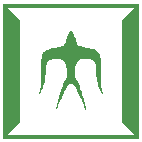
<source format=gbo>
%TF.GenerationSoftware,KiCad,Pcbnew,8.0.4-8.0.4-0~ubuntu22.04.1*%
%TF.CreationDate,2024-08-14T22:53:29+09:00*%
%TF.ProjectId,main,6d61696e-2e6b-4696-9361-645f70636258,rev?*%
%TF.SameCoordinates,Original*%
%TF.FileFunction,Legend,Bot*%
%TF.FilePolarity,Positive*%
%FSLAX46Y46*%
G04 Gerber Fmt 4.6, Leading zero omitted, Abs format (unit mm)*
G04 Created by KiCad (PCBNEW 8.0.4-8.0.4-0~ubuntu22.04.1) date 2024-08-14 22:53:29*
%MOMM*%
%LPD*%
G01*
G04 APERTURE LIST*
%ADD10C,0.000000*%
%ADD11C,0.375000*%
%ADD12C,5.200000*%
%ADD13R,1.700000X1.700000*%
%ADD14O,1.700000X1.700000*%
%ADD15C,3.800000*%
%ADD16C,1.070000*%
%ADD17C,1.400000*%
%ADD18R,3.500000X3.500000*%
%ADD19C,3.500000*%
%ADD20R,0.700000X1.100000*%
%ADD21R,0.800000X1.100000*%
G04 APERTURE END LIST*
D10*
%TO.C,G\u002A\u002A\u002A*%
G36*
X121658504Y-82104974D02*
G01*
X115934234Y-82104974D01*
X110209964Y-82104974D01*
X110209964Y-76392291D01*
X110209964Y-71004062D01*
X110546366Y-71004062D01*
X111096596Y-71554650D01*
X111646825Y-72105238D01*
X111646825Y-76392291D01*
X111646825Y-80679345D01*
X111096596Y-81229933D01*
X110546366Y-81780521D01*
X115934234Y-81780521D01*
X121322102Y-81780521D01*
X120771872Y-81229933D01*
X120221643Y-80679345D01*
X120221643Y-76392291D01*
X120221643Y-72105238D01*
X120771872Y-71554650D01*
X121322102Y-71004062D01*
X115934234Y-71004062D01*
X110546366Y-71004062D01*
X110209964Y-71004062D01*
X110209964Y-70679609D01*
X115934234Y-70679609D01*
X121658504Y-70679609D01*
X121658504Y-76392291D01*
X121658504Y-81780521D01*
X121658504Y-82104974D01*
G37*
G36*
X115964484Y-72967654D02*
G01*
X116010746Y-73018615D01*
X116065812Y-73095135D01*
X116124294Y-73188563D01*
X116180803Y-73290250D01*
X116229949Y-73391547D01*
X116266344Y-73483806D01*
X116279530Y-73523859D01*
X116316517Y-73638776D01*
X116357212Y-73767884D01*
X116394942Y-73890094D01*
X116411319Y-73943088D01*
X116445432Y-74042063D01*
X116481717Y-74119376D01*
X116526388Y-74179256D01*
X116585658Y-74225932D01*
X116665740Y-74263631D01*
X116772848Y-74296583D01*
X116913194Y-74329016D01*
X117092993Y-74365159D01*
X117221471Y-74390845D01*
X117477159Y-74446552D01*
X117692205Y-74501187D01*
X117870465Y-74556393D01*
X118015797Y-74613812D01*
X118132055Y-74675088D01*
X118223097Y-74741862D01*
X118292779Y-74815778D01*
X118344956Y-74898478D01*
X118359116Y-74927654D01*
X118380790Y-74981068D01*
X118398673Y-75041062D01*
X118413073Y-75112052D01*
X118424300Y-75198458D01*
X118432665Y-75304696D01*
X118438478Y-75435185D01*
X118442047Y-75594343D01*
X118443683Y-75786586D01*
X118443695Y-76016334D01*
X118442394Y-76288003D01*
X118441196Y-76542460D01*
X118441363Y-76790010D01*
X118443581Y-77001808D01*
X118448315Y-77183460D01*
X118456028Y-77340569D01*
X118467184Y-77478741D01*
X118482247Y-77603580D01*
X118501680Y-77720691D01*
X118525948Y-77835678D01*
X118555515Y-77954146D01*
X118590843Y-78081699D01*
X118593147Y-78089770D01*
X118621781Y-78195223D01*
X118643109Y-78283315D01*
X118655112Y-78345040D01*
X118655772Y-78371389D01*
X118641757Y-78373620D01*
X118607263Y-78342788D01*
X118558735Y-78271443D01*
X118497362Y-78161420D01*
X118424337Y-78014554D01*
X118418904Y-78003128D01*
X118322566Y-77789805D01*
X118245642Y-77593348D01*
X118185650Y-77403258D01*
X118140106Y-77209036D01*
X118106527Y-77000181D01*
X118082430Y-76766196D01*
X118065332Y-76496580D01*
X118064610Y-76482168D01*
X118056131Y-76328534D01*
X118046744Y-76182400D01*
X118037165Y-76053466D01*
X118028110Y-75951437D01*
X118020294Y-75886014D01*
X117986974Y-75741974D01*
X117932830Y-75621574D01*
X117854450Y-75526605D01*
X117747703Y-75454294D01*
X117608459Y-75401865D01*
X117432589Y-75366543D01*
X117215962Y-75345553D01*
X117131154Y-75341871D01*
X116922830Y-75349821D01*
X116749569Y-75385074D01*
X116608931Y-75448602D01*
X116498480Y-75541376D01*
X116415777Y-75664367D01*
X116408097Y-75680752D01*
X116374486Y-75775200D01*
X116340478Y-75902292D01*
X116308103Y-76051018D01*
X116279388Y-76210372D01*
X116256365Y-76369344D01*
X116241063Y-76516926D01*
X116235511Y-76642110D01*
X116235592Y-76670272D01*
X116238535Y-76757471D01*
X116248715Y-76818705D01*
X116270186Y-76870200D01*
X116307003Y-76928179D01*
X116317762Y-76944276D01*
X116377847Y-77046204D01*
X116446707Y-77178733D01*
X116519240Y-77330840D01*
X116590344Y-77491502D01*
X116654918Y-77649693D01*
X116707861Y-77794390D01*
X116735950Y-77879412D01*
X116782452Y-78026611D01*
X116833426Y-78194170D01*
X116887250Y-78376203D01*
X116942300Y-78566827D01*
X116996952Y-78760155D01*
X117049584Y-78950302D01*
X117098572Y-79131384D01*
X117142294Y-79297516D01*
X117179125Y-79442811D01*
X117207442Y-79561386D01*
X117225623Y-79647354D01*
X117232044Y-79694832D01*
X117231552Y-79716111D01*
X117223955Y-79735810D01*
X117201254Y-79717102D01*
X117188405Y-79694658D01*
X117158733Y-79633185D01*
X117115355Y-79538507D01*
X117060550Y-79415735D01*
X116996597Y-79269981D01*
X116925775Y-79106357D01*
X116850362Y-78929974D01*
X116825821Y-78872256D01*
X116718175Y-78619978D01*
X116625970Y-78405948D01*
X116547338Y-78226370D01*
X116480405Y-78077446D01*
X116423300Y-77955378D01*
X116374153Y-77856371D01*
X116331093Y-77776626D01*
X116292247Y-77712346D01*
X116255746Y-77659735D01*
X116219716Y-77614996D01*
X116182288Y-77574331D01*
X116153157Y-77545266D01*
X116054889Y-77465357D01*
X115965849Y-77428244D01*
X115879316Y-77433918D01*
X115788573Y-77482369D01*
X115686901Y-77573587D01*
X115663943Y-77597753D01*
X115630008Y-77636520D01*
X115597108Y-77679538D01*
X115563337Y-77730651D01*
X115526789Y-77793705D01*
X115485557Y-77872546D01*
X115437736Y-77971017D01*
X115381419Y-78092963D01*
X115314700Y-78242231D01*
X115235672Y-78422665D01*
X115142430Y-78638110D01*
X115033066Y-78892410D01*
X115022741Y-78916449D01*
X114944687Y-79097212D01*
X114871846Y-79264298D01*
X114806371Y-79412878D01*
X114750417Y-79538124D01*
X114706141Y-79635205D01*
X114675697Y-79699293D01*
X114661241Y-79725558D01*
X114646434Y-79734960D01*
X114638120Y-79721463D01*
X114640361Y-79678395D01*
X114653699Y-79602788D01*
X114678672Y-79491673D01*
X114715821Y-79342081D01*
X114765685Y-79151043D01*
X114811524Y-78979419D01*
X114909528Y-78622226D01*
X114999924Y-78307214D01*
X115083390Y-78032048D01*
X115160607Y-77794390D01*
X115170253Y-77766396D01*
X115225992Y-77618038D01*
X115292319Y-77458444D01*
X115364131Y-77298637D01*
X115436327Y-77149641D01*
X115503806Y-77022480D01*
X115561465Y-76928179D01*
X115572472Y-76911976D01*
X115605016Y-76857176D01*
X115623242Y-76804747D01*
X115631204Y-76738467D01*
X115632957Y-76642110D01*
X115632631Y-76615072D01*
X115624586Y-76483589D01*
X115607272Y-76332314D01*
X115582718Y-76172257D01*
X115552953Y-76014425D01*
X115520008Y-75869827D01*
X115485910Y-75749472D01*
X115452692Y-75664367D01*
X115418345Y-75604253D01*
X115326623Y-75496804D01*
X115208098Y-75418524D01*
X115059560Y-75368125D01*
X114877797Y-75344317D01*
X114659599Y-75345810D01*
X114579785Y-75351274D01*
X114378191Y-75375576D01*
X114215644Y-75414354D01*
X114087779Y-75469894D01*
X113990228Y-75544482D01*
X113918626Y-75640404D01*
X113868607Y-75759945D01*
X113864021Y-75781848D01*
X113855062Y-75850616D01*
X113844907Y-75953573D01*
X113834208Y-76083191D01*
X113823619Y-76231940D01*
X113813792Y-76392291D01*
X113796062Y-76661002D01*
X113773569Y-76900003D01*
X113744716Y-77110160D01*
X113707461Y-77300313D01*
X113659761Y-77479305D01*
X113599572Y-77655977D01*
X113524851Y-77839171D01*
X113433555Y-78037729D01*
X113392949Y-78120245D01*
X113329403Y-78238766D01*
X113277008Y-78321898D01*
X113237521Y-78366990D01*
X113212696Y-78371389D01*
X113212319Y-78370864D01*
X113213868Y-78341649D01*
X113226615Y-78277713D01*
X113248540Y-78188060D01*
X113277625Y-78081699D01*
X113309513Y-77967077D01*
X113339713Y-77847813D01*
X113364555Y-77732698D01*
X113384502Y-77616122D01*
X113400019Y-77492476D01*
X113411571Y-77356150D01*
X113419621Y-77201536D01*
X113424635Y-77023023D01*
X113427075Y-76815003D01*
X113427407Y-76571866D01*
X113426095Y-76288003D01*
X113424782Y-76011438D01*
X113425097Y-75765342D01*
X113427720Y-75557551D01*
X113433253Y-75383971D01*
X113442301Y-75240507D01*
X113455466Y-75123064D01*
X113473350Y-75027550D01*
X113496556Y-74949867D01*
X113525688Y-74885924D01*
X113561349Y-74831624D01*
X113604140Y-74782873D01*
X113654665Y-74735577D01*
X113713571Y-74690434D01*
X113817384Y-74631079D01*
X113950134Y-74574407D01*
X114115284Y-74519299D01*
X114316300Y-74464633D01*
X114556645Y-74409288D01*
X114839784Y-74352143D01*
X114860404Y-74348177D01*
X114978752Y-74324426D01*
X115083726Y-74301799D01*
X115164585Y-74282690D01*
X115210587Y-74269495D01*
X115250656Y-74251876D01*
X115319067Y-74203839D01*
X115375470Y-74132647D01*
X115425183Y-74030624D01*
X115473526Y-73890094D01*
X115489072Y-73839372D01*
X115528905Y-73711587D01*
X115568814Y-73586035D01*
X115602124Y-73483806D01*
X115635237Y-73398985D01*
X115683604Y-73298071D01*
X115739742Y-73196110D01*
X115798264Y-73101750D01*
X115853779Y-73023642D01*
X115900898Y-72970435D01*
X115934234Y-72950777D01*
X115964484Y-72967654D01*
G37*
%TD*%
%LPC*%
D11*
%TO.C,SW2*%
X111110000Y-139155000D03*
X109310000Y-139155000D03*
%TD*%
D12*
%TO.C,H3*%
X94550000Y-140100000D03*
X94550000Y-140100000D03*
%TD*%
D13*
%TO.C,J12*%
X180086000Y-83355200D03*
D14*
X180086000Y-80815200D03*
X180086000Y-78275200D03*
X180086000Y-75735200D03*
%TD*%
D15*
%TO.C,H6*%
X138090000Y-103360000D03*
%TD*%
%TO.C,H8*%
X119490000Y-130060000D03*
%TD*%
%TO.C,H5*%
X119490000Y-103360000D03*
%TD*%
D12*
%TO.C,H2*%
X179525000Y-51275000D03*
X179525000Y-51275000D03*
%TD*%
%TO.C,H4*%
X179541600Y-140093000D03*
X179541600Y-140093000D03*
%TD*%
D16*
%TO.C,J11*%
X178705000Y-62730000D03*
X179975000Y-62730000D03*
X178705000Y-64000000D03*
X179975000Y-64000000D03*
X178705000Y-65270000D03*
X179975000Y-65270000D03*
X178705000Y-66540000D03*
X179975000Y-66540000D03*
X178705000Y-67810000D03*
X179975000Y-67810000D03*
%TD*%
D15*
%TO.C,H7*%
X138090000Y-130060000D03*
%TD*%
D11*
%TO.C,SW1*%
X104455200Y-139232300D03*
X102655200Y-139232300D03*
%TD*%
D17*
%TO.C,J1*%
X172922500Y-139147500D03*
X161922500Y-139147500D03*
D18*
X164922500Y-129147500D03*
D19*
X169922500Y-129147500D03*
%TD*%
D12*
%TO.C,H1*%
X94550000Y-51300000D03*
X94550000Y-51300000D03*
%TD*%
D20*
%TO.C,U1*%
X159339900Y-113243200D03*
X160439900Y-113243200D03*
D21*
X161589900Y-113243200D03*
D20*
X162739900Y-113243200D03*
X163839900Y-113243200D03*
X163839900Y-111543200D03*
X163839900Y-109843200D03*
X162739900Y-109843200D03*
D21*
X161589900Y-109843200D03*
D20*
X160439900Y-109843200D03*
X159339900Y-109843200D03*
X159339900Y-111543200D03*
D21*
X161589900Y-111543200D03*
D20*
X162739900Y-111543200D03*
%TD*%
%LPD*%
M02*

</source>
